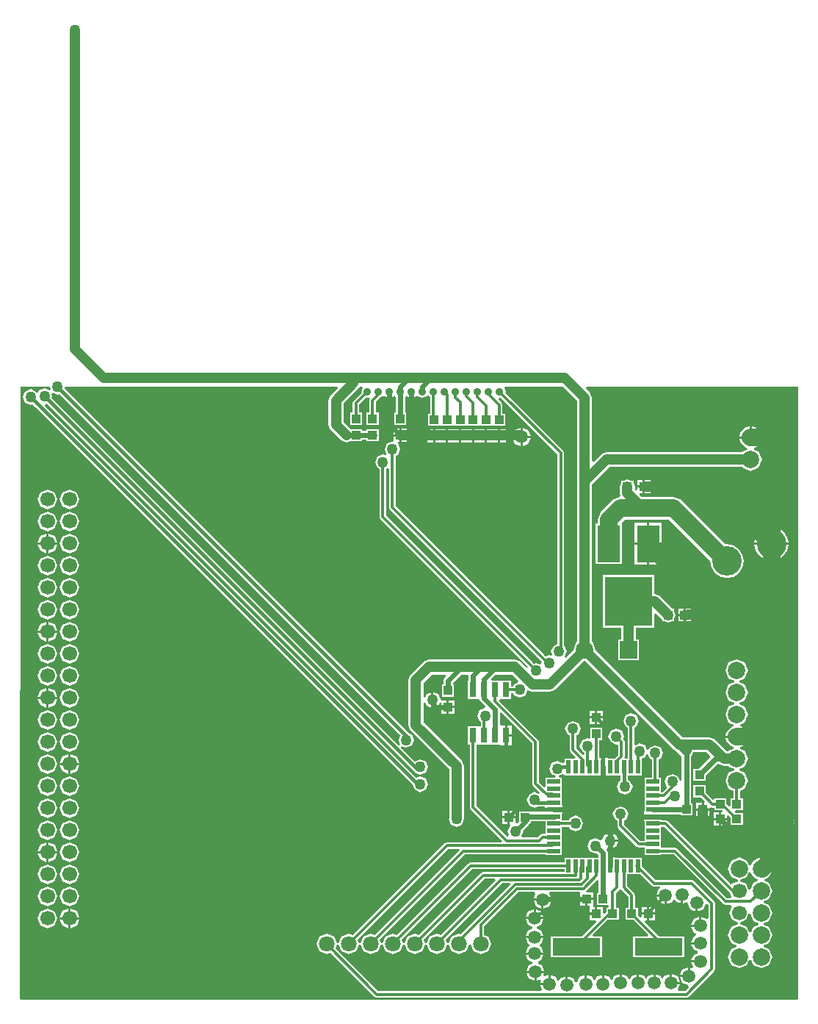
<source format=gtl>
%FSLAX44Y44*%
%MOMM*%
G71*
G01*
G75*
G04 Layer_Physical_Order=1*
G04 Layer_Color=255*
%ADD10R,1.0000X1.0000*%
%ADD11R,0.7600X1.7800*%
%ADD12R,0.7200X1.7800*%
%ADD13R,1.0000X1.0000*%
%ADD14R,5.5000X2.0000*%
%ADD15R,2.6000X4.3000*%
%ADD16R,5.5000X5.7000*%
%ADD17R,1.5000X0.5500*%
%ADD18R,0.5500X1.5000*%
%ADD19C,0.3000*%
%ADD20C,0.6000*%
%ADD21C,1.2000*%
%ADD22C,0.4000*%
%ADD23C,2.0000*%
%ADD24C,0.2540*%
%ADD25C,1.8000*%
%ADD26C,1.7000*%
%ADD27C,2.0000*%
%ADD28R,2.0000X2.0000*%
%ADD29C,0.9000*%
%ADD30C,3.4000*%
%ADD31C,1.2700*%
%ADD32C,1.5000*%
G36*
X566006Y132364D02*
X508656Y75013D01*
X506500Y75906D01*
X498081Y72419D01*
X494854Y64629D01*
X492746D01*
X491088Y68631D01*
X556669Y134212D01*
X565241D01*
X566006Y132364D01*
D02*
G37*
G36*
X628250Y146788D02*
X534700D01*
X534700Y146788D01*
X532021Y145679D01*
X460331Y73988D01*
X455700Y75906D01*
X447281Y72419D01*
X444054Y64629D01*
X441946D01*
X440288Y68631D01*
X521869Y150212D01*
X628250D01*
Y146788D01*
D02*
G37*
G36*
X507156Y171614D02*
X409531Y73988D01*
X404900Y75906D01*
X396481Y72419D01*
X393254Y64629D01*
X391146D01*
X389488Y68631D01*
X494319Y173462D01*
X506391D01*
X507156Y171614D01*
D02*
G37*
G36*
X549106Y137364D02*
X485731Y73988D01*
X481100Y75906D01*
X472681Y72419D01*
X469454Y64629D01*
X467346D01*
X465688Y68631D01*
X536269Y139212D01*
X548341D01*
X549106Y137364D01*
D02*
G37*
G36*
X898000Y2000D02*
X898152Y1848D01*
X897387Y0D01*
X1415D01*
X2Y1415D01*
X1000Y706000D01*
X34962D01*
X36095Y703264D01*
X34565Y701733D01*
X29000Y704038D01*
X22609Y701391D01*
X21793Y699420D01*
X19793D01*
X19391Y700391D01*
X13000Y703038D01*
X6609Y700391D01*
X3962Y694000D01*
X6609Y687609D01*
X13000Y684962D01*
X15061Y685816D01*
X453022Y247855D01*
X455609Y241609D01*
X462000Y238962D01*
X468391Y241609D01*
X471038Y248000D01*
X468391Y254391D01*
X462000Y257038D01*
X457817Y255306D01*
X29250Y683873D01*
X29797Y685788D01*
X31547Y686330D01*
X453938Y263939D01*
X454790Y263586D01*
X455609Y261609D01*
X462000Y258962D01*
X468391Y261609D01*
X471038Y268000D01*
X468391Y274391D01*
X462000Y277038D01*
X455696Y274427D01*
X439728Y290395D01*
X440860Y292091D01*
X446000Y289962D01*
X452391Y292609D01*
X455038Y299000D01*
X452391Y305391D01*
X449559Y306564D01*
X52184Y703939D01*
X53038Y706000D01*
X366141D01*
X366906Y704152D01*
X358877Y696123D01*
X356341Y690000D01*
Y662000D01*
X358877Y655877D01*
X370877Y643877D01*
X377000Y641341D01*
X381006Y643000D01*
X395000D01*
Y644588D01*
X400000D01*
Y643000D01*
X414000D01*
Y649005D01*
X414412Y650000D01*
X414000Y650995D01*
Y657000D01*
X400000D01*
Y655412D01*
X395000D01*
Y657000D01*
X382246D01*
X373659Y665587D01*
Y686413D01*
X391123Y703877D01*
X392002Y706000D01*
X394537D01*
X395721Y704000D01*
X394064Y700000D01*
X394527Y698884D01*
X385321Y689679D01*
X384212Y687000D01*
X384212Y687000D01*
Y676000D01*
X381000D01*
Y662000D01*
X395000D01*
Y676000D01*
X391788D01*
Y685431D01*
X399843Y693485D01*
X401100Y692964D01*
X402626Y693596D01*
X404049Y692021D01*
X403212Y690000D01*
X403212Y690000D01*
Y676000D01*
X400000D01*
Y662000D01*
X414000D01*
Y676000D01*
X410788D01*
Y688431D01*
X416398Y694041D01*
X418775Y695025D01*
X418858Y695225D01*
X420858D01*
X421112Y694612D01*
X425230Y692906D01*
Y700000D01*
X427770D01*
Y692906D01*
X431888Y694612D01*
X433788Y693972D01*
Y676000D01*
X432000D01*
Y662000D01*
X446000D01*
Y676000D01*
X444612D01*
Y693972D01*
X446512Y694612D01*
X450630Y692906D01*
Y700000D01*
X453170D01*
Y692906D01*
X457288Y694612D01*
X457542Y695225D01*
X459542D01*
X459625Y695025D01*
X464600Y692964D01*
X469575Y695025D01*
X469950Y695931D01*
X471950D01*
X472325Y695025D01*
X473512Y694534D01*
Y675000D01*
X471000D01*
Y661000D01*
X485000D01*
Y661000D01*
X486000D01*
Y661000D01*
X500000D01*
Y661000D01*
X501000D01*
Y661000D01*
X515000D01*
Y661000D01*
X516000D01*
Y661000D01*
X530000D01*
Y661000D01*
X531000D01*
Y661000D01*
X545000D01*
Y661000D01*
X546000D01*
Y661000D01*
X560000D01*
Y675000D01*
X556788D01*
Y685000D01*
X555679Y687679D01*
X555679Y687679D01*
X552094Y691264D01*
X553057Y692983D01*
X553361Y693022D01*
X553500Y692964D01*
X553763Y693073D01*
X554921Y693222D01*
X620212Y627931D01*
Y409297D01*
X615609Y407391D01*
X612962Y401000D01*
X614349Y397651D01*
X612935Y396236D01*
X611000Y397038D01*
X606983Y395374D01*
X433788Y568569D01*
Y626531D01*
X436391Y627609D01*
X439038Y634000D01*
X436391Y640391D01*
X436224Y640460D01*
X436622Y642460D01*
X437730D01*
Y648730D01*
X431460D01*
Y644598D01*
X430948Y644051D01*
X429460Y642814D01*
X429460D01*
Y642814D01*
X423609Y640391D01*
X420962Y634000D01*
X423267Y628435D01*
X421736Y626905D01*
X419000Y628038D01*
X412609Y625391D01*
X409962Y619000D01*
X412609Y612609D01*
X415212Y611531D01*
Y556000D01*
X415212Y556000D01*
X416321Y553321D01*
X586745Y382897D01*
X586682Y382687D01*
X584420Y382120D01*
X577417Y389123D01*
X571294Y391659D01*
X472000D01*
X465877Y389123D01*
X450877Y374123D01*
X448341Y368000D01*
Y316000D01*
X450877Y309877D01*
X495341Y265413D01*
Y208915D01*
X494962Y208000D01*
X497609Y201609D01*
X504000Y198962D01*
X510391Y201609D01*
X513038Y208000D01*
X512659Y208915D01*
Y269000D01*
X510123Y275123D01*
X465659Y319587D01*
Y341508D01*
X467659Y341906D01*
X469196Y338196D01*
X474730Y335904D01*
Y345000D01*
Y354096D01*
X469196Y351804D01*
X467659Y348094D01*
X465659Y348492D01*
Y364413D01*
X475587Y374341D01*
X491074D01*
X491839Y372493D01*
X490173Y370827D01*
X488588Y367000D01*
X488588Y367000D01*
Y363000D01*
X487000D01*
Y349000D01*
X501000D01*
Y363000D01*
X499995D01*
X499654Y365000D01*
X508994Y374341D01*
X516692D01*
X517588Y373000D01*
X517588Y373000D01*
Y367700D01*
X517200D01*
Y345900D01*
X528800D01*
Y345900D01*
X529900D01*
X531344Y344558D01*
X531873Y343281D01*
X537268Y337886D01*
X536496Y335829D01*
X530609Y333391D01*
X527962Y327000D01*
X530609Y320609D01*
X531912Y320070D01*
Y315180D01*
X529900D01*
X529900Y315180D01*
D01*
X529900Y315180D01*
X529900D01*
X529898D01*
X528937Y315184D01*
X528800Y315185D01*
X528436Y315185D01*
X527902Y315185D01*
X525902Y315185D01*
X517200D01*
Y293385D01*
X519212D01*
Y222000D01*
X519212Y222000D01*
X520321Y219321D01*
X556756Y182886D01*
X555991Y181038D01*
X492750D01*
X492750Y181038D01*
X490856Y180254D01*
X490071Y179929D01*
X490071Y179929D01*
X384131Y73988D01*
X379500Y75906D01*
X371081Y72419D01*
X367854Y64629D01*
X365746D01*
X362519Y72419D01*
X354100Y75906D01*
X345681Y72419D01*
X342194Y64000D01*
X345681Y55581D01*
X354100Y52094D01*
X358731Y54012D01*
X409421Y3321D01*
X409421Y3321D01*
X412100Y2212D01*
X769000D01*
X769000Y2212D01*
X771679Y3321D01*
X800679Y32321D01*
X800679Y32321D01*
X801788Y35000D01*
Y111000D01*
X801788Y111000D01*
X801004Y112894D01*
X800679Y113679D01*
X800679Y113679D01*
X777679Y136679D01*
X775000Y137788D01*
X775000Y137788D01*
X733569D01*
X717750Y153608D01*
Y163500D01*
X686290D01*
Y164040D01*
X682270D01*
Y154000D01*
X679730D01*
Y164040D01*
X678412D01*
Y169000D01*
X678412Y169000D01*
X677619Y170913D01*
X676827Y172827D01*
X677678Y174589D01*
X677764Y174718D01*
X679730Y173904D01*
Y183000D01*
Y192096D01*
X674196Y189804D01*
X671968Y184426D01*
X670399Y183396D01*
X669530Y183748D01*
X664000Y186038D01*
X657609Y183391D01*
X654962Y177000D01*
X657609Y170609D01*
X664000Y167962D01*
X665686Y168660D01*
X667588Y166758D01*
Y163500D01*
X628250D01*
Y157788D01*
X520300D01*
X520300Y157788D01*
X518406Y157004D01*
X517621Y156679D01*
X517621Y156679D01*
X434931Y73988D01*
X430300Y75906D01*
X421881Y72419D01*
X418654Y64629D01*
X416546D01*
X414888Y68631D01*
X513469Y167212D01*
X606500D01*
Y166250D01*
X625500D01*
Y174250D01*
Y182250D01*
Y190250D01*
Y198250D01*
Y199212D01*
X633531D01*
X634609Y196609D01*
X641000Y193962D01*
X647391Y196609D01*
X650038Y203000D01*
X647391Y209391D01*
X641000Y212038D01*
X634609Y209391D01*
X633531Y206788D01*
X625500D01*
Y213710D01*
X626040D01*
Y217730D01*
X605960D01*
Y216412D01*
X590000D01*
Y217000D01*
X576000D01*
Y205654D01*
X573540Y203194D01*
X571540Y203987D01*
Y204138D01*
Y208730D01*
X565270D01*
Y202460D01*
X565479D01*
X565869Y200499D01*
X565609Y200391D01*
X562962Y194000D01*
X564484Y190325D01*
X563208Y188181D01*
X562274Y188084D01*
X526788Y223569D01*
Y293385D01*
X528800D01*
X528800Y293385D01*
D01*
X528800Y293385D01*
X528800D01*
X528802D01*
X529763Y293381D01*
X529900Y293380D01*
X530264Y293380D01*
X530798Y293380D01*
X532798Y293380D01*
X541500D01*
Y293380D01*
X541500Y293380D01*
X542800D01*
Y293380D01*
X542800Y293380D01*
X552760D01*
X552984D01*
X554760Y292840D01*
X554902D01*
X555776Y292840D01*
X559830D01*
Y304280D01*
Y315720D01*
X555812D01*
X555776D01*
X554820Y315720D01*
X554760D01*
X553812Y317327D01*
Y330217D01*
X555660Y330983D01*
X591212Y295431D01*
Y248800D01*
X591212Y248800D01*
X592321Y246122D01*
X599533Y238910D01*
X598400Y237215D01*
X593999Y239037D01*
X587608Y236390D01*
X584961Y230000D01*
X587608Y223609D01*
X593999Y220962D01*
X598124Y222670D01*
X605960D01*
Y220270D01*
X626040D01*
Y224290D01*
X625500D01*
Y230250D01*
Y238250D01*
Y246250D01*
Y255750D01*
X622300D01*
X621902Y257750D01*
X626391Y259609D01*
X628250Y258871D01*
Y258500D01*
X667710D01*
Y257960D01*
X671730D01*
Y268000D01*
Y278040D01*
X668788D01*
Y299000D01*
X672000D01*
Y313000D01*
X658000D01*
Y301595D01*
X656337Y300484D01*
X655000Y301038D01*
X648609Y298391D01*
X645962Y292000D01*
X648609Y285609D01*
X651462Y284428D01*
Y282509D01*
X649614Y281744D01*
X641788Y289569D01*
Y304531D01*
X644389Y305609D01*
X647037Y311999D01*
X644389Y318390D01*
X637999Y321037D01*
X631608Y318390D01*
X628961Y311999D01*
X631608Y305609D01*
X634212Y304530D01*
Y288000D01*
X634212Y288000D01*
X635321Y285321D01*
X641295Y279348D01*
X640529Y277500D01*
X628250D01*
Y273129D01*
X626391Y272391D01*
X620000Y275038D01*
X613609Y272391D01*
X610962Y266000D01*
X613609Y259609D01*
X618098Y257750D01*
X617700Y255750D01*
X606500D01*
Y246250D01*
Y245271D01*
X604652Y244506D01*
X598788Y250369D01*
Y297000D01*
X597679Y299679D01*
X597679Y299679D01*
X553457Y343900D01*
X554200Y345900D01*
X555300D01*
Y345900D01*
X566900D01*
Y353212D01*
X569531D01*
X570609Y350609D01*
X577000Y347962D01*
X583391Y350609D01*
X585868Y356589D01*
X591294Y354341D01*
X611600D01*
X617723Y356877D01*
X651075Y390229D01*
X651600Y390011D01*
X652125Y390229D01*
X754877Y287477D01*
X756584Y286770D01*
X762877Y280477D01*
X763588Y280183D01*
Y252484D01*
X761588Y252086D01*
X759391Y257391D01*
X753000Y260038D01*
X746609Y257391D01*
X743962Y251000D01*
X746609Y244609D01*
X746716Y244073D01*
X741500Y238857D01*
X739500Y238955D01*
Y239750D01*
Y246250D01*
Y255750D01*
X736788D01*
Y276531D01*
X739391Y277609D01*
X742038Y284000D01*
X739391Y290391D01*
X733000Y293038D01*
X726609Y290391D01*
X725496Y287703D01*
X723331D01*
X721389Y292390D01*
X714999Y295037D01*
X710451Y293154D01*
X708788Y294265D01*
Y313531D01*
X711391Y314609D01*
X714038Y321000D01*
X711391Y327391D01*
X705000Y330038D01*
X698609Y327391D01*
X695962Y321000D01*
X698609Y314609D01*
X701212Y313531D01*
Y277500D01*
X698834D01*
X697497Y279500D01*
X697786Y280198D01*
X697786Y280198D01*
Y297000D01*
X697786Y297000D01*
X696677Y299679D01*
X695959Y300397D01*
X697037Y302999D01*
X694389Y309390D01*
X687999Y312037D01*
X681608Y309390D01*
X678961Y302999D01*
X681608Y296609D01*
X687999Y293961D01*
X688547Y294188D01*
X690210Y293077D01*
Y281767D01*
X686321Y277878D01*
X686164Y277500D01*
X678290D01*
Y278040D01*
X674270D01*
Y268000D01*
Y257960D01*
X678290D01*
Y258500D01*
X692670D01*
Y251830D01*
X691609Y251391D01*
X688962Y245000D01*
X691609Y238609D01*
X698000Y235962D01*
X704391Y238609D01*
X707038Y245000D01*
X704391Y251391D01*
X701329Y252659D01*
Y258500D01*
X717750D01*
Y277500D01*
X719245Y278720D01*
X721389Y279609D01*
X722503Y282297D01*
X724668D01*
X726609Y277609D01*
X729212Y276531D01*
Y255750D01*
X720500D01*
Y246250D01*
Y238250D01*
Y230250D01*
Y222250D01*
Y216290D01*
X719960D01*
Y212270D01*
X740040D01*
Y213588D01*
X762000D01*
Y212000D01*
X776000D01*
Y226000D01*
X774412D01*
Y280183D01*
X775123Y280477D01*
X776972Y284941D01*
X792213D01*
X796250Y280904D01*
Y278904D01*
X783346Y266000D01*
X777000D01*
Y252000D01*
X791000D01*
Y258346D01*
X803598Y270945D01*
X805877Y271277D01*
X812000Y268741D01*
X817598D01*
X817816Y268216D01*
X823889Y265700D01*
Y263700D01*
X817816Y261184D01*
X814011Y252000D01*
X817816Y242816D01*
X823212Y240581D01*
Y232000D01*
X820000D01*
Y222971D01*
X818152Y222205D01*
X815000Y225358D01*
Y232000D01*
X801000D01*
Y231186D01*
X799000Y230358D01*
X791000Y238358D01*
Y247000D01*
X777000D01*
Y233000D01*
X785642D01*
X790255Y228388D01*
X789489Y226540D01*
X789270D01*
Y220270D01*
X795540D01*
Y220489D01*
X797540Y221816D01*
X799000Y221212D01*
X801000D01*
Y218000D01*
X810343D01*
X810656Y217540D01*
X809596Y215540D01*
X809270D01*
Y209270D01*
X815540D01*
Y211489D01*
X817388Y212255D01*
X820000Y209642D01*
Y201000D01*
X834000D01*
Y215000D01*
X825666D01*
X824818Y216063D01*
X825676Y218000D01*
X834000D01*
Y232000D01*
X830788D01*
Y240581D01*
X836184Y242816D01*
X839989Y252000D01*
X836184Y261184D01*
X830111Y263700D01*
Y265700D01*
X836184Y268216D01*
X839989Y277400D01*
X836184Y286584D01*
X830793Y288818D01*
X830989Y290808D01*
X831893Y290988D01*
X836041Y293759D01*
X838812Y297907D01*
X839533Y301530D01*
X814467D01*
X815188Y297907D01*
X817959Y293759D01*
X822107Y290988D01*
X823011Y290808D01*
X823207Y288818D01*
X817816Y286584D01*
X817598Y286059D01*
X815587D01*
X801923Y299723D01*
X795800Y302259D01*
X764587D01*
X664371Y402475D01*
X664589Y403000D01*
X660784Y412184D01*
X660259Y412402D01*
Y593013D01*
X680587Y613341D01*
X833598D01*
X833816Y612816D01*
X843000Y609011D01*
X852184Y612816D01*
X855989Y622000D01*
X852184Y631184D01*
X846793Y633418D01*
X846989Y635408D01*
X847893Y635588D01*
X852041Y638359D01*
X854812Y642507D01*
X855533Y646130D01*
X830467D01*
X831188Y642507D01*
X833959Y638359D01*
X838107Y635588D01*
X839011Y635408D01*
X839207Y633418D01*
X833816Y631184D01*
X833598Y630659D01*
X677000D01*
X677000Y630659D01*
X672670Y628866D01*
X670877Y628123D01*
X670877Y628123D01*
X662107Y619353D01*
X660259Y620118D01*
Y693400D01*
X657723Y699523D01*
X653094Y704152D01*
X653859Y706000D01*
X898000D01*
Y2000D01*
D02*
G37*
G36*
X642941Y689813D02*
Y596600D01*
Y412402D01*
X642416Y412184D01*
X638611Y403000D01*
X638829Y402475D01*
X630267Y393913D01*
X628572Y395046D01*
X631038Y401000D01*
X628391Y407391D01*
X627788Y407640D01*
Y629500D01*
X626679Y632179D01*
X626679Y632179D01*
X560044Y698813D01*
X560536Y700000D01*
X558879Y704000D01*
X560063Y706000D01*
X626754D01*
X642941Y689813D01*
D02*
G37*
G36*
X575027Y367021D02*
X574637Y365059D01*
X570609Y363391D01*
X569531Y360788D01*
X566900D01*
Y367700D01*
X555300D01*
Y367700D01*
X554200D01*
Y367700D01*
X545182D01*
X544354Y369700D01*
X548994Y374341D01*
X567707D01*
X575027Y367021D01*
D02*
G37*
G36*
X426212Y610777D02*
Y567000D01*
X426212Y567000D01*
X427321Y564321D01*
X602003Y389640D01*
X601856Y387469D01*
X600303Y386256D01*
X596000Y388038D01*
X593397Y386960D01*
X422788Y557569D01*
Y610929D01*
X424619Y611801D01*
X426212Y610777D01*
D02*
G37*
G36*
X606500Y198250D02*
Y190788D01*
X603000D01*
X603000Y190788D01*
X601106Y190004D01*
X600321Y189679D01*
X600321Y189679D01*
X597431Y186788D01*
X580183D01*
X578879Y188788D01*
X581038Y194000D01*
X580633Y194979D01*
X586827Y201173D01*
X586827Y201173D01*
X587584Y203000D01*
X590000D01*
Y205588D01*
X606500D01*
Y198250D01*
D02*
G37*
G36*
X44000Y696962D02*
X46061Y697816D01*
X439280Y304597D01*
X436962Y299000D01*
X439091Y293860D01*
X437395Y292728D01*
X37184Y692939D01*
X38038Y695000D01*
X36905Y697736D01*
X38435Y699267D01*
X44000Y696962D01*
D02*
G37*
G36*
X729321Y131321D02*
X729321Y131321D01*
X732000Y130212D01*
X738291D01*
X738682Y128250D01*
X737316Y127684D01*
X734659Y121270D01*
X745000D01*
Y120000D01*
X746270D01*
Y109659D01*
X752684Y112316D01*
X753707Y114785D01*
X755707D01*
X756316Y113316D01*
X762730Y110659D01*
Y121000D01*
X765270D01*
Y110659D01*
X769657Y112476D01*
X770133Y112000D01*
X773316Y104316D01*
X779730Y101659D01*
Y112000D01*
X782270D01*
Y101659D01*
X788684Y104316D01*
X790942Y109766D01*
X792960Y110208D01*
X794212Y109106D01*
Y93770D01*
X792212Y92880D01*
X786270Y95341D01*
Y85000D01*
X785000D01*
Y83730D01*
X774659D01*
X777316Y77316D01*
X780492Y76000D01*
Y74000D01*
X777316Y72684D01*
X774659Y66270D01*
X785000D01*
Y63730D01*
X774659D01*
X777316Y57316D01*
X781699Y55500D01*
Y53500D01*
X777316Y51684D01*
X774659Y45270D01*
X785000D01*
Y42730D01*
X774659D01*
X776559Y38144D01*
X775028Y36613D01*
X773270Y37341D01*
Y27000D01*
X772000D01*
Y25730D01*
X761659D01*
X764316Y19316D01*
X771255Y16441D01*
X771927Y14285D01*
X767431Y9788D01*
X759770D01*
X758880Y11788D01*
X761341Y17730D01*
X751000D01*
Y19000D01*
X749730D01*
Y29341D01*
X743316Y26684D01*
X742500Y24715D01*
X740500D01*
X739684Y26684D01*
X733270Y29341D01*
Y19000D01*
X730730D01*
Y29341D01*
X724316Y26684D01*
X723500Y24715D01*
X721500D01*
X720684Y26684D01*
X714270Y29341D01*
Y19000D01*
X711730D01*
Y29341D01*
X705316Y26684D01*
X704000Y23508D01*
X702000D01*
X700684Y26684D01*
X694270Y29341D01*
Y19000D01*
X691730D01*
Y29341D01*
X685316Y26684D01*
X683793Y23008D01*
X681793D01*
X680684Y25684D01*
X674270Y28341D01*
Y18000D01*
X671730D01*
Y28341D01*
X665316Y25684D01*
X664000Y22508D01*
X662000D01*
X660684Y25684D01*
X654270Y28341D01*
Y18000D01*
X651730D01*
Y28341D01*
X645316Y25684D01*
X642875Y19792D01*
X640711D01*
X638684Y24684D01*
X632270Y27341D01*
Y17000D01*
X629730D01*
Y27341D01*
X623316Y24684D01*
X622207Y22008D01*
X620207D01*
X618684Y25684D01*
X612270Y28341D01*
Y18000D01*
X611000D01*
Y16730D01*
X600659D01*
X602706Y11788D01*
X601369Y9788D01*
X413669D01*
X364088Y59369D01*
X365746Y63371D01*
X367854D01*
X371081Y55581D01*
X379500Y52094D01*
X387919Y55581D01*
X391146Y63371D01*
X393254D01*
X396481Y55581D01*
X404900Y52094D01*
X413319Y55581D01*
X416546Y63371D01*
X418654D01*
X421881Y55581D01*
X430300Y52094D01*
X438719Y55581D01*
X441946Y63371D01*
X444054D01*
X447281Y55581D01*
X455700Y52094D01*
X464119Y55581D01*
X467346Y63371D01*
X469454D01*
X472681Y55581D01*
X481100Y52094D01*
X489519Y55581D01*
X492746Y63371D01*
X494854D01*
X498081Y55581D01*
X506500Y52094D01*
X514919Y55581D01*
X518146Y63371D01*
X520254D01*
X523481Y55581D01*
X531900Y52094D01*
X540319Y55581D01*
X543806Y64000D01*
X540319Y72419D01*
X535688Y74337D01*
Y84260D01*
X575555Y124126D01*
X594144D01*
X595084Y122126D01*
X592659Y116270D01*
X613341D01*
X610915Y122126D01*
X611856Y124126D01*
X644703D01*
X646460Y123540D01*
X646460Y122126D01*
Y117270D01*
X661540D01*
Y123540D01*
X653953D01*
X653649Y124101D01*
X653340Y125540D01*
X665740Y137940D01*
X667588Y137175D01*
Y123000D01*
X666000D01*
Y109000D01*
X678369D01*
X679406Y107000D01*
X678701Y106000D01*
X677000D01*
Y101357D01*
X674388Y98745D01*
X672540Y99511D01*
Y106540D01*
X666270D01*
Y99000D01*
X665000D01*
Y97730D01*
X657460D01*
Y91460D01*
X664489D01*
X665255Y89612D01*
X648642Y73000D01*
X612500D01*
Y49000D01*
X671500D01*
Y73000D01*
X661971D01*
X661205Y74848D01*
X678358Y92000D01*
X691000D01*
Y106000D01*
X687788D01*
Y122431D01*
X691679Y126321D01*
X691679Y126321D01*
X691918Y126898D01*
X694082D01*
X694321Y126321D01*
X702212Y118431D01*
Y106000D01*
X699000D01*
Y92000D01*
X707642D01*
X724795Y74848D01*
X724029Y73000D01*
X707500D01*
Y49000D01*
X766500D01*
Y73000D01*
X737358D01*
X720745Y89612D01*
X721511Y91460D01*
X723730D01*
Y97730D01*
X717460D01*
Y95511D01*
X715612Y94745D01*
X713000Y97358D01*
Y106000D01*
X709788D01*
Y120000D01*
X709788Y120000D01*
X709234Y121339D01*
X708679Y122679D01*
X708679Y122679D01*
X700788Y130569D01*
Y144500D01*
X716142D01*
X729321Y131321D01*
D02*
G37*
%LPC*%
G36*
X32300Y232065D02*
X24264Y228736D01*
X20935Y220700D01*
X24264Y212664D01*
X32300Y209335D01*
X40336Y212664D01*
X43665Y220700D01*
X40336Y228736D01*
X32300Y232065D01*
D02*
G37*
G36*
X57700D02*
X49664Y228736D01*
X46335Y220700D01*
X49664Y212664D01*
X57700Y209335D01*
X65736Y212664D01*
X69065Y220700D01*
X65736Y228736D01*
X57700Y232065D01*
D02*
G37*
G36*
X881730Y203730D02*
X872659D01*
X875316Y197316D01*
X881730Y194659D01*
Y203730D01*
D02*
G37*
G36*
X57700Y206665D02*
X49664Y203336D01*
X46335Y195300D01*
X49664Y187264D01*
X57700Y183935D01*
X65736Y187264D01*
X69065Y195300D01*
X65736Y203336D01*
X57700Y206665D01*
D02*
G37*
G36*
X682270Y192096D02*
Y184270D01*
X690096D01*
X687804Y189804D01*
X682270Y192096D01*
D02*
G37*
G36*
X562730Y217540D02*
X556460D01*
Y211270D01*
X562730D01*
Y217540D01*
D02*
G37*
G36*
X893341Y203730D02*
X884270D01*
Y194659D01*
X890684Y197316D01*
X893341Y203730D01*
D02*
G37*
G36*
X806730Y206730D02*
X800460D01*
Y200460D01*
X806730D01*
Y206730D01*
D02*
G37*
G36*
X815540D02*
X809270D01*
Y200460D01*
X815540D01*
Y206730D01*
D02*
G37*
G36*
X562730Y208730D02*
X556460D01*
Y202460D01*
X562730D01*
Y208730D01*
D02*
G37*
G36*
X806730Y215540D02*
X800460D01*
Y209270D01*
X806730D01*
Y215540D01*
D02*
G37*
G36*
X884270Y215341D02*
Y206270D01*
X893341D01*
X890684Y212684D01*
X884270Y215341D01*
D02*
G37*
G36*
X881730D02*
X875316Y212684D01*
X872659Y206270D01*
X881730D01*
Y215341D01*
D02*
G37*
G36*
X32300Y308265D02*
X24264Y304936D01*
X20935Y296900D01*
X24264Y288864D01*
X32300Y285535D01*
X40336Y288864D01*
X43665Y296900D01*
X40336Y304936D01*
X32300Y308265D01*
D02*
G37*
G36*
X57700D02*
X49664Y304936D01*
X46335Y296900D01*
X49664Y288864D01*
X57700Y285535D01*
X65736Y288864D01*
X69065Y296900D01*
X65736Y304936D01*
X57700Y308265D01*
D02*
G37*
G36*
X56430Y282924D02*
X49250Y279950D01*
X46276Y272770D01*
X56430D01*
Y282924D01*
D02*
G37*
G36*
X58970D02*
Y272770D01*
X69124D01*
X66150Y279950D01*
X58970Y282924D01*
D02*
G37*
G36*
X562370Y315720D02*
Y305550D01*
X567440D01*
Y315720D01*
X562370D01*
D02*
G37*
G36*
X32300Y333665D02*
X24264Y330336D01*
X20935Y322300D01*
X24264Y314264D01*
X32300Y310935D01*
X40336Y314264D01*
X43665Y322300D01*
X40336Y330336D01*
X32300Y333665D01*
D02*
G37*
G36*
X567440Y303010D02*
X562370D01*
Y292840D01*
X567440D01*
Y303010D01*
D02*
G37*
G36*
X827000Y391989D02*
X817816Y388184D01*
X814011Y379000D01*
X817816Y369816D01*
X823889Y367300D01*
Y365300D01*
X817816Y362784D01*
X814011Y353600D01*
X817816Y344416D01*
X823889Y341900D01*
Y339900D01*
X817816Y337384D01*
X814011Y328200D01*
X817816Y319016D01*
X823207Y316782D01*
X823011Y314792D01*
X822107Y314612D01*
X817959Y311841D01*
X815188Y307693D01*
X814467Y304070D01*
X839533D01*
X838812Y307693D01*
X836041Y311841D01*
X831893Y314612D01*
X830989Y314792D01*
X830793Y316782D01*
X836184Y319016D01*
X839989Y328200D01*
X836184Y337384D01*
X830111Y339900D01*
Y341900D01*
X836184Y344416D01*
X839989Y353600D01*
X836184Y362784D01*
X830111Y365300D01*
Y367300D01*
X836184Y369816D01*
X839989Y379000D01*
X836184Y388184D01*
X827000Y391989D01*
D02*
G37*
G36*
X32300Y282865D02*
X24264Y279536D01*
X20935Y271500D01*
X24264Y263464D01*
X32300Y260135D01*
X40336Y263464D01*
X43665Y271500D01*
X40336Y279536D01*
X32300Y282865D01*
D02*
G37*
G36*
X795540Y217730D02*
X789270D01*
Y211460D01*
X795540D01*
Y217730D01*
D02*
G37*
G36*
X786730Y226540D02*
X780460D01*
Y220270D01*
X786730D01*
Y226540D01*
D02*
G37*
G36*
X571540Y217540D02*
X565270D01*
Y211270D01*
X571540D01*
Y217540D01*
D02*
G37*
G36*
X786730Y217730D02*
X780460D01*
Y211460D01*
X786730D01*
Y217730D01*
D02*
G37*
G36*
X56430Y270230D02*
X46276D01*
X49250Y263050D01*
X56430Y260077D01*
Y270230D01*
D02*
G37*
G36*
X69124D02*
X58970D01*
Y260077D01*
X66150Y263050D01*
X69124Y270230D01*
D02*
G37*
G36*
X32300Y257465D02*
X24264Y254136D01*
X20935Y246100D01*
X24264Y238064D01*
X32300Y234735D01*
X40336Y238064D01*
X43665Y246100D01*
X40336Y254136D01*
X32300Y257465D01*
D02*
G37*
G36*
X57700D02*
X49664Y254136D01*
X46335Y246100D01*
X49664Y238064D01*
X57700Y234735D01*
X65736Y238064D01*
X69065Y246100D01*
X65736Y254136D01*
X57700Y257465D01*
D02*
G37*
G36*
X783730Y95341D02*
X777316Y92684D01*
X774659Y86270D01*
X783730D01*
Y95341D01*
D02*
G37*
G36*
X732540Y97730D02*
X726270D01*
Y91460D01*
X732540D01*
Y97730D01*
D02*
G37*
G36*
X69124Y92430D02*
X58970D01*
Y82276D01*
X66150Y85250D01*
X69124Y92430D01*
D02*
G37*
G36*
X32300Y105065D02*
X24264Y101736D01*
X20935Y93700D01*
X24264Y85664D01*
X32300Y82335D01*
X40336Y85664D01*
X43665Y93700D01*
X40336Y101736D01*
X32300Y105065D01*
D02*
G37*
G36*
X56430Y105124D02*
X49250Y102150D01*
X46276Y94970D01*
X56430D01*
Y105124D01*
D02*
G37*
G36*
X595270Y104341D02*
Y95270D01*
X604341D01*
X601684Y101684D01*
X595270Y104341D01*
D02*
G37*
G36*
X661540Y114730D02*
X655270D01*
Y108460D01*
X657267D01*
Y108460D01*
X657460Y106540D01*
X657460Y106460D01*
Y100270D01*
X663730D01*
Y106540D01*
X661733D01*
X661540Y108460D01*
X661540Y108540D01*
Y114730D01*
D02*
G37*
G36*
X58970Y105124D02*
Y94970D01*
X69124D01*
X66150Y102150D01*
X58970Y105124D01*
D02*
G37*
G36*
X592730Y104341D02*
X586316Y101684D01*
X583659Y95270D01*
X592730D01*
Y104341D01*
D02*
G37*
G36*
X593730Y30730D02*
X584659D01*
X587316Y24316D01*
X593730Y21659D01*
Y30730D01*
D02*
G37*
G36*
X770730Y37341D02*
X764316Y34684D01*
X761659Y28270D01*
X770730D01*
Y37341D01*
D02*
G37*
G36*
X605341Y30730D02*
X596270D01*
Y21659D01*
X600149Y23266D01*
X601680Y21735D01*
X600659Y19270D01*
X609730D01*
Y28341D01*
X605851Y26734D01*
X604320Y28265D01*
X605341Y30730D01*
D02*
G37*
G36*
X752270Y29341D02*
Y20270D01*
X761341D01*
X758684Y26684D01*
X752270Y29341D01*
D02*
G37*
G36*
X604341Y51730D02*
X583659D01*
X586316Y45316D01*
X591199Y43293D01*
Y41293D01*
X587316Y39684D01*
X584659Y33270D01*
X605341D01*
X602684Y39684D01*
X597801Y41707D01*
Y43707D01*
X601684Y45316D01*
X604341Y51730D01*
D02*
G37*
G36*
Y92730D02*
X583659D01*
X586316Y86316D01*
X591707Y84082D01*
Y81918D01*
X586316Y79684D01*
X583659Y73270D01*
X604341D01*
X601684Y79684D01*
X596292Y81918D01*
Y84082D01*
X601684Y86316D01*
X604341Y92730D01*
D02*
G37*
G36*
X56430Y92430D02*
X46276D01*
X49250Y85250D01*
X56430Y82276D01*
Y92430D01*
D02*
G37*
G36*
X693099Y222888D02*
X686708Y220241D01*
X684061Y213850D01*
X686708Y207459D01*
X689310Y206381D01*
Y200099D01*
X689310Y200099D01*
X690420Y197420D01*
X711519Y176321D01*
X711519Y176321D01*
X712303Y175996D01*
X714197Y175212D01*
X714198Y175212D01*
X720500D01*
Y174250D01*
Y166250D01*
X739500D01*
Y167212D01*
X754431D01*
X811321Y110321D01*
X811321Y110321D01*
X812106Y109996D01*
X814000Y109212D01*
X814000Y109212D01*
X820376D01*
X821413Y107212D01*
X818385Y99900D01*
X821714Y91864D01*
X828400Y89094D01*
Y86929D01*
X820566Y83684D01*
X816761Y74500D01*
X820566Y65316D01*
X826639Y62800D01*
Y60800D01*
X820566Y58284D01*
X816761Y49100D01*
X820566Y39916D01*
X829750Y36111D01*
X838934Y39916D01*
X841450Y45989D01*
X843450D01*
X845966Y39916D01*
X855150Y36111D01*
X864334Y39916D01*
X868139Y49100D01*
X864334Y58284D01*
X858261Y60800D01*
Y62800D01*
X864334Y65316D01*
X868139Y74500D01*
X864334Y83684D01*
X858261Y86200D01*
Y88200D01*
X864334Y90716D01*
X868139Y99900D01*
X864334Y109084D01*
X858261Y111600D01*
Y113600D01*
X864334Y116116D01*
X868139Y125300D01*
X864334Y134484D01*
X858943Y136718D01*
X859139Y138708D01*
X860043Y138888D01*
X864191Y141659D01*
X866962Y145807D01*
X867683Y149430D01*
X855150D01*
Y150700D01*
X853880D01*
Y163233D01*
X850257Y162512D01*
X846109Y159741D01*
X843338Y155593D01*
X843158Y154689D01*
X841168Y154493D01*
X838934Y159884D01*
X829750Y163689D01*
X820566Y159884D01*
X816761Y150700D01*
X820566Y141516D01*
X828400Y138271D01*
Y136106D01*
X821714Y133336D01*
X820302Y133056D01*
X747679Y205679D01*
X745000Y206788D01*
X745000Y206788D01*
X740040D01*
Y209730D01*
X719960D01*
Y205710D01*
X720500D01*
Y198250D01*
X720630D01*
Y191750D01*
X720500D01*
Y183750D01*
Y182788D01*
X715767D01*
X696887Y201668D01*
Y206381D01*
X699490Y207459D01*
X702137Y213850D01*
X699490Y220241D01*
X693099Y222888D01*
D02*
G37*
G36*
X604341Y70730D02*
X583659D01*
X586316Y64316D01*
X588285Y63500D01*
Y61500D01*
X586316Y60684D01*
X583659Y54270D01*
X604341D01*
X601684Y60684D01*
X599715Y61500D01*
Y63500D01*
X601684Y64316D01*
X604341Y70730D01*
D02*
G37*
G36*
X31030Y168630D02*
X20877D01*
X23850Y161450D01*
X31030Y158476D01*
Y168630D01*
D02*
G37*
G36*
X43724D02*
X33570D01*
Y158476D01*
X40750Y161450D01*
X43724Y168630D01*
D02*
G37*
G36*
X57700Y155865D02*
X49664Y152536D01*
X46335Y144500D01*
X49664Y136464D01*
X57700Y133135D01*
X65736Y136464D01*
X69065Y144500D01*
X65736Y152536D01*
X57700Y155865D01*
D02*
G37*
G36*
X856420Y163233D02*
Y151970D01*
X867683D01*
X866962Y155593D01*
X864191Y159741D01*
X860043Y162512D01*
X856420Y163233D01*
D02*
G37*
G36*
X57700Y181265D02*
X49664Y177936D01*
X46335Y169900D01*
X49664Y161864D01*
X57700Y158535D01*
X65736Y161864D01*
X69065Y169900D01*
X65736Y177936D01*
X57700Y181265D01*
D02*
G37*
G36*
X690096Y181730D02*
X682270D01*
Y173904D01*
X687804Y176196D01*
X690096Y181730D01*
D02*
G37*
G36*
X32300Y206665D02*
X24264Y203336D01*
X20935Y195300D01*
X24264Y187264D01*
X32300Y183935D01*
X40336Y187264D01*
X43665Y195300D01*
X40336Y203336D01*
X32300Y206665D01*
D02*
G37*
G36*
X31030Y181324D02*
X23850Y178350D01*
X20877Y171170D01*
X31030D01*
Y181324D01*
D02*
G37*
G36*
X33570D02*
Y171170D01*
X43724D01*
X40750Y178350D01*
X33570Y181324D01*
D02*
G37*
G36*
X601730Y113730D02*
X592659D01*
X595316Y107316D01*
X601730Y104659D01*
Y113730D01*
D02*
G37*
G36*
X613341D02*
X604270D01*
Y104659D01*
X610684Y107316D01*
X613341Y113730D01*
D02*
G37*
G36*
X723730Y106540D02*
X717460D01*
Y100270D01*
X723730D01*
Y106540D01*
D02*
G37*
G36*
X732540D02*
X726270D01*
Y100270D01*
X732540D01*
Y106540D01*
D02*
G37*
G36*
X32300Y130465D02*
X24264Y127136D01*
X20935Y119100D01*
X24264Y111064D01*
X32300Y107735D01*
X40336Y111064D01*
X43665Y119100D01*
X40336Y127136D01*
X32300Y130465D01*
D02*
G37*
G36*
X743730Y118730D02*
X734659D01*
X737316Y112316D01*
X743730Y109659D01*
Y118730D01*
D02*
G37*
G36*
X32300Y155865D02*
X24264Y152536D01*
X20935Y144500D01*
X24264Y136464D01*
X32300Y133135D01*
X40336Y136464D01*
X43665Y144500D01*
X40336Y152536D01*
X32300Y155865D01*
D02*
G37*
G36*
X57700Y130465D02*
X49664Y127136D01*
X46335Y119100D01*
X49664Y111064D01*
X57700Y107735D01*
X65736Y111064D01*
X69065Y119100D01*
X65736Y127136D01*
X57700Y130465D01*
D02*
G37*
G36*
X652730Y114730D02*
X646460D01*
Y108460D01*
X652730D01*
Y114730D01*
D02*
G37*
G36*
X32300Y562265D02*
X24264Y558936D01*
X20935Y550900D01*
X24264Y542864D01*
X32300Y539535D01*
X40336Y542864D01*
X43665Y550900D01*
X40336Y558936D01*
X32300Y562265D01*
D02*
G37*
G36*
X57700D02*
X49664Y558936D01*
X46335Y550900D01*
X49664Y542864D01*
X57700Y539535D01*
X65736Y542864D01*
X69065Y550900D01*
X65736Y558936D01*
X57700Y562265D01*
D02*
G37*
G36*
X31030Y536923D02*
X23850Y533950D01*
X20877Y526770D01*
X31030D01*
Y536923D01*
D02*
G37*
G36*
X33570D02*
Y526770D01*
X43724D01*
X40750Y533950D01*
X33570Y536923D01*
D02*
G37*
G36*
X32300Y587665D02*
X24264Y584336D01*
X20935Y576300D01*
X24264Y568264D01*
X32300Y564935D01*
X40336Y568264D01*
X43665Y576300D01*
X40336Y584336D01*
X32300Y587665D01*
D02*
G37*
G36*
X718730Y598540D02*
X712460D01*
Y592270D01*
X718730D01*
Y598540D01*
D02*
G37*
G36*
X727540D02*
X721270D01*
Y592270D01*
X727540D01*
Y598540D01*
D02*
G37*
G36*
X57700Y587665D02*
X49664Y584336D01*
X46335Y576300D01*
X49664Y568264D01*
X57700Y564935D01*
X65736Y568264D01*
X69065Y576300D01*
X65736Y584336D01*
X57700Y587665D01*
D02*
G37*
G36*
X727540Y589730D02*
X721270D01*
Y583460D01*
X727540D01*
Y589730D01*
D02*
G37*
G36*
X31030Y524230D02*
X20877D01*
X23850Y517050D01*
X31030Y514076D01*
Y524230D01*
D02*
G37*
G36*
X43724D02*
X33570D01*
Y514076D01*
X40750Y517050D01*
X43724Y524230D01*
D02*
G37*
G36*
X865730Y523730D02*
X847330D01*
X848594Y517376D01*
X852912Y510912D01*
X859376Y506594D01*
X865730Y505330D01*
Y523730D01*
D02*
G37*
G36*
X886670D02*
X868270D01*
Y505330D01*
X874624Y506594D01*
X881087Y510912D01*
X885406Y517376D01*
X886670Y523730D01*
D02*
G37*
G36*
X57700Y536865D02*
X49664Y533536D01*
X46335Y525500D01*
X49664Y517464D01*
X57700Y514135D01*
X65736Y517464D01*
X69065Y525500D01*
X65736Y533536D01*
X57700Y536865D01*
D02*
G37*
G36*
X865730Y544670D02*
X859376Y543406D01*
X852912Y539087D01*
X848594Y532624D01*
X847330Y526270D01*
X865730D01*
Y544670D01*
D02*
G37*
G36*
X868270D02*
Y526270D01*
X886670D01*
X885406Y532624D01*
X881087Y539087D01*
X874624Y543406D01*
X868270Y544670D01*
D02*
G37*
G36*
X723730Y549040D02*
X709460D01*
Y526270D01*
X723730D01*
Y549040D01*
D02*
G37*
G36*
X740540D02*
X726270D01*
Y526270D01*
X740540D01*
Y549040D01*
D02*
G37*
G36*
X844270Y659933D02*
Y648670D01*
X855533D01*
X854812Y652293D01*
X852041Y656441D01*
X847893Y659212D01*
X844270Y659933D01*
D02*
G37*
G36*
X577730Y658341D02*
X571316Y655684D01*
X568659Y649270D01*
X577730D01*
Y658341D01*
D02*
G37*
G36*
X446540Y648730D02*
X440270D01*
Y642460D01*
X446540D01*
Y648730D01*
D02*
G37*
G36*
X841730Y659933D02*
X838107Y659212D01*
X833959Y656441D01*
X831188Y652293D01*
X830467Y648670D01*
X841730D01*
Y659933D01*
D02*
G37*
G36*
X580270Y658341D02*
Y649270D01*
X589341D01*
X586684Y655684D01*
X580270Y658341D01*
D02*
G37*
G36*
X437730Y657540D02*
X431460D01*
Y651270D01*
X437730D01*
Y657540D01*
D02*
G37*
G36*
X446540D02*
X440270D01*
Y651270D01*
X446540D01*
Y657540D01*
D02*
G37*
G36*
X476730Y656540D02*
X470460D01*
Y650270D01*
X476730D01*
Y656540D01*
D02*
G37*
G36*
X560540D02*
X554270D01*
Y650270D01*
X560540D01*
Y656540D01*
D02*
G37*
G36*
X476730Y647730D02*
X470460D01*
Y641460D01*
X476730D01*
Y647730D01*
D02*
G37*
G36*
X491730Y656540D02*
X479270D01*
Y649000D01*
Y641460D01*
X491730D01*
Y649000D01*
Y656540D01*
D02*
G37*
G36*
X577730Y646730D02*
X568659D01*
X571316Y640316D01*
X577730Y637659D01*
Y646730D01*
D02*
G37*
G36*
X589341D02*
X580270D01*
Y637659D01*
X586684Y640316D01*
X589341Y646730D01*
D02*
G37*
G36*
X506730Y656540D02*
X494270D01*
Y649000D01*
Y641460D01*
X506730D01*
Y649000D01*
Y656540D01*
D02*
G37*
G36*
X551730D02*
X539270D01*
Y649000D01*
Y641460D01*
X551730D01*
Y649000D01*
Y656540D01*
D02*
G37*
G36*
X560540Y647730D02*
X554270D01*
Y641460D01*
X560540D01*
Y647730D01*
D02*
G37*
G36*
X521730Y656540D02*
X509270D01*
Y649000D01*
Y641460D01*
X521730D01*
Y649000D01*
Y656540D01*
D02*
G37*
G36*
X536730D02*
X524270D01*
Y649000D01*
Y641460D01*
X536730D01*
Y649000D01*
Y656540D01*
D02*
G37*
G36*
X740540Y523730D02*
X726270D01*
Y500960D01*
X740540D01*
Y523730D01*
D02*
G37*
G36*
X31030Y359123D02*
X23850Y356150D01*
X20877Y348970D01*
X31030D01*
Y359123D01*
D02*
G37*
G36*
X33570D02*
Y348970D01*
X43724D01*
X40750Y356150D01*
X33570Y359123D01*
D02*
G37*
G36*
X477270Y354096D02*
Y345000D01*
Y335904D01*
X482804Y338196D01*
X484460Y342194D01*
X486460Y341796D01*
Y338270D01*
X492730D01*
Y344540D01*
X487470D01*
X486188Y344859D01*
X485201Y346018D01*
X482804Y351804D01*
X477270Y354096D01*
D02*
G37*
G36*
X501540Y344540D02*
X495270D01*
Y338270D01*
X501540D01*
Y344540D01*
D02*
G37*
G36*
X32300Y384465D02*
X24264Y381136D01*
X20935Y373100D01*
X24264Y365064D01*
X32300Y361735D01*
X40336Y365064D01*
X43665Y373100D01*
X40336Y381136D01*
X32300Y384465D01*
D02*
G37*
G36*
X57700Y409865D02*
X49664Y406536D01*
X46335Y398500D01*
X49664Y390464D01*
X57700Y387135D01*
X65736Y390464D01*
X69065Y398500D01*
X65736Y406536D01*
X57700Y409865D01*
D02*
G37*
G36*
X31030Y422630D02*
X20877D01*
X23850Y415450D01*
X31030Y412477D01*
Y422630D01*
D02*
G37*
G36*
X57700Y384465D02*
X49664Y381136D01*
X46335Y373100D01*
X49664Y365064D01*
X57700Y361735D01*
X65736Y365064D01*
X69065Y373100D01*
X65736Y381136D01*
X57700Y384465D01*
D02*
G37*
G36*
X32300Y409865D02*
X24264Y406536D01*
X20935Y398500D01*
X24264Y390464D01*
X32300Y387135D01*
X40336Y390464D01*
X43665Y398500D01*
X40336Y406536D01*
X32300Y409865D01*
D02*
G37*
G36*
X57700Y359065D02*
X49664Y355736D01*
X46335Y347700D01*
X49664Y339664D01*
X57700Y336335D01*
X65736Y339664D01*
X69065Y347700D01*
X65736Y355736D01*
X57700Y359065D01*
D02*
G37*
G36*
X672540Y323730D02*
X666270D01*
Y317460D01*
X672540D01*
Y323730D01*
D02*
G37*
G36*
X663730Y332540D02*
X657460D01*
Y326270D01*
X663730D01*
Y332540D01*
D02*
G37*
G36*
X57700Y333665D02*
X49664Y330336D01*
X46335Y322300D01*
X49664Y314264D01*
X57700Y310935D01*
X65736Y314264D01*
X69065Y322300D01*
X65736Y330336D01*
X57700Y333665D01*
D02*
G37*
G36*
X663730Y323730D02*
X657460D01*
Y317460D01*
X663730D01*
Y323730D01*
D02*
G37*
G36*
X672540Y332540D02*
X666270D01*
Y326270D01*
X672540D01*
Y332540D01*
D02*
G37*
G36*
X31030Y346430D02*
X20877D01*
X23850Y339250D01*
X31030Y336277D01*
Y346430D01*
D02*
G37*
G36*
X43724D02*
X33570D01*
Y336277D01*
X40750Y339250D01*
X43724Y346430D01*
D02*
G37*
G36*
X492730Y335730D02*
X486460D01*
Y329460D01*
X492730D01*
Y335730D01*
D02*
G37*
G36*
X501540D02*
X495270D01*
Y329460D01*
X501540D01*
Y335730D01*
D02*
G37*
G36*
X774540Y450540D02*
X768270D01*
Y444270D01*
X774540D01*
Y450540D01*
D02*
G37*
G36*
X32300Y486065D02*
X24264Y482736D01*
X20935Y474700D01*
X24264Y466664D01*
X32300Y463335D01*
X40336Y466664D01*
X43665Y474700D01*
X40336Y482736D01*
X32300Y486065D01*
D02*
G37*
G36*
X57700Y460665D02*
X49664Y457336D01*
X46335Y449300D01*
X49664Y441264D01*
X57700Y437935D01*
X65736Y441264D01*
X69065Y449300D01*
X65736Y457336D01*
X57700Y460665D01*
D02*
G37*
G36*
X765730Y450540D02*
X759460D01*
Y444270D01*
X765730D01*
Y450540D01*
D02*
G37*
G36*
X57700Y486065D02*
X49664Y482736D01*
X46335Y474700D01*
X49664Y466664D01*
X57700Y463335D01*
X65736Y466664D01*
X69065Y474700D01*
X65736Y482736D01*
X57700Y486065D01*
D02*
G37*
G36*
Y511465D02*
X49664Y508136D01*
X46335Y500100D01*
X49664Y492064D01*
X57700Y488735D01*
X65736Y492064D01*
X69065Y500100D01*
X65736Y508136D01*
X57700Y511465D01*
D02*
G37*
G36*
X723730Y523730D02*
X709460D01*
Y500960D01*
X723730D01*
Y523730D01*
D02*
G37*
G36*
X701000Y599659D02*
X696994Y598000D01*
X694000D01*
Y595005D01*
X692341Y591000D01*
Y583000D01*
X693237Y580836D01*
X692008Y578578D01*
X683816Y575184D01*
X670116Y561484D01*
X666311Y552300D01*
Y548500D01*
X664300D01*
Y501500D01*
X694300D01*
Y548500D01*
X694300Y548500D01*
X694300D01*
X695376Y550008D01*
X698380Y553011D01*
X748620D01*
X796628Y505003D01*
X796628Y505000D01*
X798102Y497587D01*
X802302Y491302D01*
X808587Y487102D01*
X816000Y485628D01*
X823413Y487102D01*
X829698Y491302D01*
X833898Y497587D01*
X835372Y505000D01*
X833898Y512413D01*
X829698Y518698D01*
X823413Y522898D01*
X816000Y524372D01*
X814329Y524040D01*
X763184Y575184D01*
X754000Y578989D01*
X717257D01*
X714634Y581612D01*
X715399Y583460D01*
X718730D01*
Y589730D01*
X712460D01*
Y587667D01*
X710460Y586680D01*
X709659Y587294D01*
Y591000D01*
X708000Y595005D01*
Y598000D01*
X705005D01*
X701000Y599659D01*
D02*
G37*
G36*
X32300Y511465D02*
X24264Y508136D01*
X20935Y500100D01*
X24264Y492064D01*
X32300Y488735D01*
X40336Y492064D01*
X43665Y500100D01*
X40336Y508136D01*
X32300Y511465D01*
D02*
G37*
G36*
X33570Y435323D02*
Y425170D01*
X43724D01*
X40750Y432350D01*
X33570Y435323D01*
D02*
G37*
G36*
X731650Y488850D02*
X672650D01*
Y427850D01*
X693491D01*
Y415000D01*
X690400D01*
Y391000D01*
X714400D01*
Y415000D01*
X710809D01*
Y427850D01*
X731650D01*
Y444491D01*
X733498Y445256D01*
X741000Y437754D01*
Y436000D01*
X743995D01*
X748000Y434341D01*
X752005Y436000D01*
X755000D01*
Y438994D01*
X756659Y443000D01*
X755000Y447006D01*
Y450000D01*
X753246D01*
X738773Y464473D01*
X732650Y467009D01*
X731650D01*
Y488850D01*
D02*
G37*
G36*
X31030Y435323D02*
X23850Y432350D01*
X20877Y425170D01*
X31030D01*
Y435323D01*
D02*
G37*
G36*
X43724Y422630D02*
X33570D01*
Y412477D01*
X40750Y415450D01*
X43724Y422630D01*
D02*
G37*
G36*
X57700Y435265D02*
X49664Y431936D01*
X46335Y423900D01*
X49664Y415864D01*
X57700Y412535D01*
X65736Y415864D01*
X69065Y423900D01*
X65736Y431936D01*
X57700Y435265D01*
D02*
G37*
G36*
X765730Y441730D02*
X759460D01*
Y435460D01*
X765730D01*
Y441730D01*
D02*
G37*
G36*
X774540D02*
X768270D01*
Y435460D01*
X774540D01*
Y441730D01*
D02*
G37*
G36*
X32300Y460665D02*
X24264Y457336D01*
X20935Y449300D01*
X24264Y441264D01*
X32300Y437935D01*
X40336Y441264D01*
X43665Y449300D01*
X40336Y457336D01*
X32300Y460665D01*
D02*
G37*
%LPD*%
G36*
X843158Y146711D02*
X843338Y145807D01*
X846109Y141659D01*
X850257Y138888D01*
X851161Y138708D01*
X851357Y136718D01*
X845966Y134484D01*
X842721Y126650D01*
X840556D01*
X837786Y133336D01*
X831100Y136106D01*
Y138271D01*
X838934Y141516D01*
X841168Y146907D01*
X843158Y146711D01*
D02*
G37*
G36*
X842721Y98550D02*
X845966Y90716D01*
X852039Y88200D01*
Y86200D01*
X845966Y83684D01*
X843450Y77611D01*
X841450D01*
X838934Y83684D01*
X831100Y86929D01*
Y89094D01*
X837786Y91864D01*
X840556Y98550D01*
X842721D01*
D02*
G37*
G36*
X819122Y123520D02*
X821082Y118788D01*
X819746Y116789D01*
X815569D01*
X758679Y173679D01*
X756000Y174788D01*
X756000Y174788D01*
X739500D01*
Y182250D01*
Y190250D01*
X739630D01*
Y199212D01*
X743431D01*
X819122Y123520D01*
D02*
G37*
D10*
X494000Y356000D02*
D03*
Y337000D02*
D03*
X439000Y669000D02*
D03*
Y650000D02*
D03*
X553000Y668000D02*
D03*
Y649000D02*
D03*
X538000Y668000D02*
D03*
Y649000D02*
D03*
X523000Y668000D02*
D03*
Y649000D02*
D03*
X508000Y668000D02*
D03*
Y649000D02*
D03*
X493000Y668000D02*
D03*
Y649000D02*
D03*
X478000Y668000D02*
D03*
Y649000D02*
D03*
X407000Y650000D02*
D03*
Y669000D02*
D03*
X388000Y650000D02*
D03*
Y669000D02*
D03*
X784000Y259000D02*
D03*
Y240000D02*
D03*
X665000Y325000D02*
D03*
Y306000D02*
D03*
D11*
X523000Y356800D02*
D03*
X535700D02*
D03*
X548400D02*
D03*
X561100D02*
D03*
X523000Y304285D02*
D03*
X535700Y304280D02*
D03*
X561100D02*
D03*
D12*
X548400D02*
D03*
D13*
X684000Y99000D02*
D03*
X665000D02*
D03*
X706000D02*
D03*
X725000D02*
D03*
X827000Y208000D02*
D03*
X808000D02*
D03*
X827000Y225000D02*
D03*
X808000D02*
D03*
X767000Y443000D02*
D03*
X748000D02*
D03*
X583000Y210000D02*
D03*
X564000D02*
D03*
X654000Y116000D02*
D03*
X673000D02*
D03*
X788000Y219000D02*
D03*
X769000D02*
D03*
X720000Y591000D02*
D03*
X701000D02*
D03*
D14*
X737000Y61000D02*
D03*
X642000D02*
D03*
D15*
X725000Y525000D02*
D03*
X679300D02*
D03*
D16*
X702150Y458350D02*
D03*
D17*
X730000Y251000D02*
D03*
Y243000D02*
D03*
X730130Y195000D02*
D03*
X730000Y235000D02*
D03*
Y203000D02*
D03*
Y211000D02*
D03*
Y219000D02*
D03*
Y227000D02*
D03*
Y187000D02*
D03*
Y179000D02*
D03*
Y171000D02*
D03*
X616000Y251000D02*
D03*
Y243000D02*
D03*
Y195000D02*
D03*
Y235000D02*
D03*
Y203000D02*
D03*
Y211000D02*
D03*
Y219000D02*
D03*
Y227000D02*
D03*
Y187000D02*
D03*
Y179000D02*
D03*
Y171000D02*
D03*
D18*
X713000Y268000D02*
D03*
X705000D02*
D03*
X697000D02*
D03*
X657000D02*
D03*
X665000D02*
D03*
X673000D02*
D03*
X681000D02*
D03*
X649000D02*
D03*
X689000D02*
D03*
X641000D02*
D03*
X633000D02*
D03*
Y154000D02*
D03*
X641000D02*
D03*
X689000D02*
D03*
X649000D02*
D03*
X681000D02*
D03*
X673000D02*
D03*
X665000D02*
D03*
X657000D02*
D03*
X697000D02*
D03*
X705000D02*
D03*
X713000D02*
D03*
D19*
X714197Y179000D02*
X730000D01*
X693099Y200099D02*
X714197Y179000D01*
X693099Y200099D02*
Y213850D01*
X561300Y357000D02*
X577000D01*
X561100Y356800D02*
X561300Y357000D01*
X689000Y275200D02*
X693998Y280198D01*
Y297000D01*
X687999Y302999D02*
X693998Y297000D01*
X705000Y268000D02*
Y321000D01*
X689000Y268000D02*
Y275200D01*
X537000Y327000D02*
Y327400D01*
X535700Y328700D02*
X537000Y327400D01*
X603000Y187000D02*
X616000D01*
X599000Y183000D02*
X603000Y187000D01*
X562000Y183000D02*
X599000D01*
X523000Y222000D02*
X562000Y183000D01*
X822700Y125300D02*
X829750D01*
X745000Y203000D02*
X822700Y125300D01*
X730000Y203000D02*
X745000D01*
X655250Y269750D02*
Y291750D01*
X655000Y292000D02*
X655250Y291750D01*
X637999Y311001D02*
Y311999D01*
X650000Y269000D02*
Y276000D01*
X638000Y288000D02*
X650000Y276000D01*
X638000Y288000D02*
Y311001D01*
X649000Y268000D02*
X650000Y269000D01*
X665000Y268000D02*
Y306000D01*
X535700Y304280D02*
Y328700D01*
Y299530D02*
Y304280D01*
X548400Y343600D02*
X595000Y297000D01*
X548400Y343600D02*
Y356800D01*
X523000Y222000D02*
Y304285D01*
X595000Y248800D02*
Y297000D01*
Y248800D02*
X607050Y236750D01*
X614250D01*
X616000Y235000D01*
X798000Y35000D02*
Y111000D01*
X769000Y6000D02*
X798000Y35000D01*
X412100Y6000D02*
X769000D01*
X354100Y64000D02*
X412100Y6000D01*
X775000Y134000D02*
X798000Y111000D01*
X712000Y154000D02*
X732000Y134000D01*
X775000D01*
X712000Y154000D02*
X713000D01*
X730000Y235000D02*
X743000D01*
X753000Y245000D01*
Y251000D01*
X750997Y233997D02*
Y234000D01*
X744000Y227000D02*
X750997Y233997D01*
Y234000D02*
X756000D01*
X379500Y64000D02*
X492750Y177250D01*
X614250D01*
X616000Y179000D01*
X705000Y321000D02*
X705000Y321000D01*
X608714Y388286D02*
X611000Y388000D01*
X430000Y567000D02*
X608714Y388286D01*
X430000Y567000D02*
Y634000D01*
X419000Y556000D02*
Y619000D01*
Y556000D02*
X596000Y379000D01*
X713000Y284001D02*
X714999Y285999D01*
X713000Y268000D02*
Y284001D01*
X553000Y668000D02*
Y685000D01*
X540800Y697200D02*
X553000Y685000D01*
X540800Y697200D02*
Y700000D01*
X490000D02*
X493000Y697000D01*
Y668000D02*
Y697000D01*
X538000Y668000D02*
Y684000D01*
X528100Y693900D02*
X538000Y684000D01*
X528100Y693900D02*
Y700000D01*
X523000Y668000D02*
Y687000D01*
X515400Y694600D02*
X523000Y687000D01*
X515400Y694600D02*
Y700000D01*
X508000Y668000D02*
Y688000D01*
X502700Y693300D02*
X508000Y688000D01*
X502700Y693300D02*
Y700000D01*
X477300Y668700D02*
Y700000D01*
X388000Y669000D02*
Y687000D01*
X401000Y700000D01*
X401100D01*
X407000Y669000D02*
Y690000D01*
X413800Y696800D01*
Y700000D01*
X733000Y254000D02*
Y284000D01*
X407000Y668065D02*
Y669000D01*
X624000Y399000D02*
Y629500D01*
X622000Y401000D02*
X624000Y399000D01*
X553500Y700000D02*
X624000Y629500D01*
X730000Y227000D02*
X744000D01*
X618000Y203000D02*
X641000D01*
X617000Y202000D02*
X618000Y203000D01*
X616000D02*
X617000Y202000D01*
X842850Y113000D02*
X855150Y125300D01*
X814000Y113000D02*
X842850D01*
X756000Y171000D02*
X814000Y113000D01*
X730000Y171000D02*
X756000D01*
X724000Y99000D02*
X745000Y120000D01*
X404900Y64000D02*
X511900Y171000D01*
X616000D01*
X737000Y61000D02*
Y68000D01*
X706000Y99000D02*
X737000Y68000D01*
X642000Y61000D02*
X680000Y99000D01*
X684000D01*
X706000D02*
Y120000D01*
X697000Y129000D02*
X706000Y120000D01*
X684000Y99000D02*
Y124000D01*
X689000Y129000D01*
X697000Y129000D02*
Y154000D01*
X689000Y129000D02*
Y154000D01*
X594000Y94000D02*
X599000Y99000D01*
X665000D01*
X724000D02*
X725000D01*
X531900Y64000D02*
Y85829D01*
X573985Y127914D01*
X650357D01*
X665000Y142558D01*
Y154000D01*
X571914Y132914D02*
X648286D01*
X506500Y67500D02*
X571914Y132914D01*
X506500Y64000D02*
Y67500D01*
X648286Y132914D02*
X655250Y139879D01*
Y152250D01*
X657000Y154000D01*
X534700Y143000D02*
X641000D01*
X455700Y64000D02*
X534700Y143000D01*
X481100Y64000D02*
X555100Y138000D01*
X645371D01*
X647250Y139879D01*
Y152250D01*
X649000Y154000D01*
X641000Y143000D02*
Y154000D01*
X430300Y64000D02*
X520300Y154000D01*
X633000D01*
X810000Y225000D02*
X827000Y208000D01*
X808000Y225000D02*
X810000D01*
X784000Y240000D02*
X799000Y225000D01*
X808000D01*
X827000D02*
Y252000D01*
D20*
X712000Y211000D02*
X730000D01*
X673000Y250000D02*
X712000Y211000D01*
X673000Y250000D02*
Y268000D01*
X476000Y650000D02*
X477000Y649000D01*
X451900Y674100D02*
X476000Y650000D01*
X477000Y649000D02*
X478000D01*
X451900Y674100D02*
Y700000D01*
X476000Y341000D02*
Y345000D01*
Y341000D02*
X480000Y337000D01*
X494000D01*
X535700Y347108D02*
Y356800D01*
Y347108D02*
X548400Y334408D01*
Y304280D02*
Y334408D01*
X664000Y177000D02*
X665000D01*
X673000Y169000D01*
Y154000D02*
Y169000D01*
X585000Y211000D02*
X617000D01*
X583000Y205000D02*
Y210000D01*
X572000Y194000D02*
X583000Y205000D01*
X681000Y154000D02*
Y190000D01*
X652000Y219000D02*
X681000Y190000D01*
X616000Y219000D02*
X652000D01*
X494000Y356000D02*
Y367000D01*
X510000Y383000D01*
X523000Y373000D02*
X533000Y383000D01*
X523000Y356800D02*
Y373000D01*
X535700Y368700D02*
X550000Y383000D01*
X535700Y356800D02*
Y368700D01*
X769000Y219000D02*
Y286600D01*
X730000Y219000D02*
X769000D01*
X802400Y277400D02*
X812000D01*
X426500Y662500D02*
X439000Y650000D01*
X426500Y662500D02*
Y700000D01*
X377000Y650000D02*
X409000D01*
X439200Y669200D02*
Y700000D01*
X464600Y705600D02*
X474000Y715000D01*
X464600Y700000D02*
Y705600D01*
X439200Y706200D02*
X447000Y714000D01*
X439200Y700000D02*
Y706200D01*
X762000Y201000D02*
X781000D01*
X752000Y211000D02*
X762000Y201000D01*
X730000Y211000D02*
X752000D01*
X603000Y116000D02*
X654000D01*
X673000D02*
Y154000D01*
X822000Y194000D02*
X855000D01*
X808000Y208000D02*
X822000Y194000D01*
X784000Y259000D02*
X802400Y277400D01*
D21*
X478000Y650000D02*
X577000D01*
X439000D02*
X476000D01*
X550000Y383000D02*
X571294D01*
X591294Y363000D01*
X611600D01*
X457000Y316000D02*
X504000Y269000D01*
Y208000D02*
Y269000D01*
X457000Y316000D02*
Y368000D01*
X472000Y383000D01*
X510000D01*
X97000Y716000D02*
X629000D01*
X64000Y749000D02*
X97000Y716000D01*
X64000Y749000D02*
Y1117000D01*
X629000Y716000D02*
X651600Y693400D01*
X365000Y690000D02*
X385000Y710000D01*
X533000Y383000D02*
X550000D01*
X510000D02*
X533000D01*
X611600Y363000D02*
X651600Y403000D01*
X781000Y199000D02*
X798000Y182000D01*
X788000Y197000D02*
Y219000D01*
X762000Y293600D02*
X769000Y286600D01*
X762000Y293600D02*
X795800D01*
X812000Y277400D02*
X827000D01*
X795800Y293600D02*
X812000Y277400D01*
X651600Y403000D02*
X761000Y293600D01*
X365000Y662000D02*
X377000Y650000D01*
X365000Y662000D02*
Y690000D01*
X651600Y596600D02*
Y693400D01*
X677000Y622000D02*
X843000D01*
X651600Y596600D02*
X677000Y622000D01*
X651600Y403000D02*
Y596600D01*
X577000Y650000D02*
X579000Y648000D01*
X718000Y566000D02*
X719000Y565000D01*
X701000Y583000D02*
X718000Y566000D01*
X798000Y182000D02*
X851000D01*
X874000Y205000D01*
X883000D01*
X702150Y403250D02*
Y458350D01*
X767000Y443000D02*
X810000Y449000D01*
X732650Y458350D02*
X748000Y443000D01*
X702150Y458350D02*
X732650D01*
X720000Y591000D02*
X801000D01*
X701000Y583000D02*
Y591000D01*
D22*
X29000Y695000D02*
X457000Y267000D01*
X671000Y280000D02*
Y293000D01*
Y280000D02*
X673000Y278000D01*
X671000Y293000D02*
X675000Y297000D01*
X673000Y268000D02*
Y278000D01*
X675000Y297000D02*
Y315000D01*
X665000Y325000D02*
X675000Y315000D01*
X665000Y325000D02*
X665000D01*
X446000Y299000D02*
Y302000D01*
X447000Y303000D01*
X44000Y706000D02*
X447000Y303000D01*
X458000Y268000D02*
X462000D01*
X457000Y267000D02*
X458000Y268000D01*
X459000Y248000D02*
X462000D01*
X596998Y227000D02*
X616000D01*
X593999Y230000D02*
X596998Y227000D01*
X622000Y268000D02*
X633000D01*
X620000Y266000D02*
X622000Y268000D01*
X697000Y246000D02*
Y268000D01*
Y246000D02*
X698000Y245000D01*
X13000Y694000D02*
X459000Y248000D01*
X573000Y219000D02*
X616000D01*
X561100Y238900D02*
X581000Y219000D01*
X561100Y238900D02*
Y304280D01*
X564000Y210000D02*
X573000Y219000D01*
D23*
X810000Y449000D02*
X826000D01*
X801000D02*
X810000D01*
X843000Y647400D02*
X866600D01*
X883000Y631000D01*
Y577000D02*
Y631000D01*
X867000Y561000D02*
X883000Y577000D01*
X867000Y525000D02*
Y561000D01*
X718000Y566000D02*
X754000D01*
X693000D02*
X718000D01*
X883000Y205000D02*
Y339000D01*
Y177000D02*
Y205000D01*
X856700Y150700D02*
X883000Y177000D01*
Y339000D02*
Y474000D01*
X846800Y302800D02*
X883000Y339000D01*
X827000Y302800D02*
X846800D01*
X867000Y490000D02*
X883000Y474000D01*
X725000Y525000D02*
X801000Y449000D01*
X801000Y591000D02*
X867000Y525000D01*
X826000Y449000D02*
X867000Y490000D01*
Y525000D01*
X679300D02*
Y552300D01*
X693000Y566000D01*
X754000D02*
X815000Y505000D01*
D24*
X816000D01*
D25*
X379500Y64000D02*
D03*
X481100D02*
D03*
X455700D02*
D03*
X354100D02*
D03*
X404900D02*
D03*
X430300D02*
D03*
X506500D02*
D03*
X531900D02*
D03*
D26*
X57700Y576300D02*
D03*
X32300D02*
D03*
Y550900D02*
D03*
X57700D02*
D03*
X32300Y525500D02*
D03*
X57700D02*
D03*
X32300Y500100D02*
D03*
X57700D02*
D03*
X32300Y474700D02*
D03*
X57700D02*
D03*
X32300Y449300D02*
D03*
X57700D02*
D03*
X32300Y423900D02*
D03*
X57700D02*
D03*
X32300Y398500D02*
D03*
X57700D02*
D03*
X32300Y373100D02*
D03*
X57700D02*
D03*
Y347700D02*
D03*
X32300D02*
D03*
X57700Y322300D02*
D03*
X32300D02*
D03*
X57700Y296900D02*
D03*
X32300D02*
D03*
X57700Y271500D02*
D03*
X32300D02*
D03*
X57700Y246100D02*
D03*
X32300D02*
D03*
X57700Y220700D02*
D03*
X32300D02*
D03*
X57700Y195300D02*
D03*
X32300D02*
D03*
X57700Y169900D02*
D03*
X32300D02*
D03*
X57700Y144500D02*
D03*
X32300D02*
D03*
X57700Y119100D02*
D03*
X32300D02*
D03*
X57700Y93700D02*
D03*
X32300D02*
D03*
X829750Y99900D02*
D03*
Y125300D02*
D03*
D27*
X827000Y252000D02*
D03*
Y277400D02*
D03*
Y302800D02*
D03*
Y328200D02*
D03*
Y353600D02*
D03*
Y379000D02*
D03*
X651600Y403000D02*
D03*
X829750Y74500D02*
D03*
X855150D02*
D03*
Y99900D02*
D03*
Y125300D02*
D03*
Y150700D02*
D03*
X829750D02*
D03*
X855150Y49100D02*
D03*
X829750D02*
D03*
X843000Y647400D02*
D03*
Y622000D02*
D03*
D28*
X702400Y403000D02*
D03*
D29*
X553500Y700000D02*
D03*
X528100D02*
D03*
X540800D02*
D03*
X515400D02*
D03*
X502700D02*
D03*
X490000D02*
D03*
X477300D02*
D03*
X464600D02*
D03*
X451900D02*
D03*
X439200D02*
D03*
X426500D02*
D03*
X413800D02*
D03*
X401100D02*
D03*
D30*
X867000Y525000D02*
D03*
X816000Y505000D02*
D03*
D31*
X693099Y213850D02*
D03*
X577000Y357000D02*
D03*
X29000Y695000D02*
D03*
X687999Y302999D02*
D03*
X476000Y345000D02*
D03*
X537000Y327000D02*
D03*
X681000Y183000D02*
D03*
X664000Y177000D02*
D03*
X504000Y208000D02*
D03*
X572000Y194000D02*
D03*
X446000Y299000D02*
D03*
X462000Y268000D02*
D03*
X462000Y248000D02*
D03*
X64000Y1117000D02*
D03*
X593999Y230000D02*
D03*
X44000Y706000D02*
D03*
X620000Y266000D02*
D03*
X698000Y245000D02*
D03*
X13000Y694000D02*
D03*
X655000Y292000D02*
D03*
X637999Y311999D02*
D03*
X753000Y251000D02*
D03*
X756000Y234000D02*
D03*
X705000Y321000D02*
D03*
X430000Y634000D02*
D03*
X419000Y619000D02*
D03*
X596000Y379000D02*
D03*
X714999Y285999D02*
D03*
X733000Y284000D02*
D03*
X611000Y388000D02*
D03*
X622000Y401000D02*
D03*
X641000Y203000D02*
D03*
D32*
X751000Y19000D02*
D03*
X772000Y27000D02*
D03*
X785000Y44000D02*
D03*
X781000Y112000D02*
D03*
X785000Y85000D02*
D03*
Y65000D02*
D03*
X764000Y121000D02*
D03*
X611000Y18000D02*
D03*
X631000Y17000D02*
D03*
X653000Y18000D02*
D03*
X673000D02*
D03*
X693000Y19000D02*
D03*
X713000D02*
D03*
X732000D02*
D03*
X595000Y32000D02*
D03*
X594000Y53000D02*
D03*
Y72000D02*
D03*
X579000Y648000D02*
D03*
X883000Y205000D02*
D03*
X745000Y120000D02*
D03*
X594000Y94000D02*
D03*
X603000Y115000D02*
D03*
M02*

</source>
